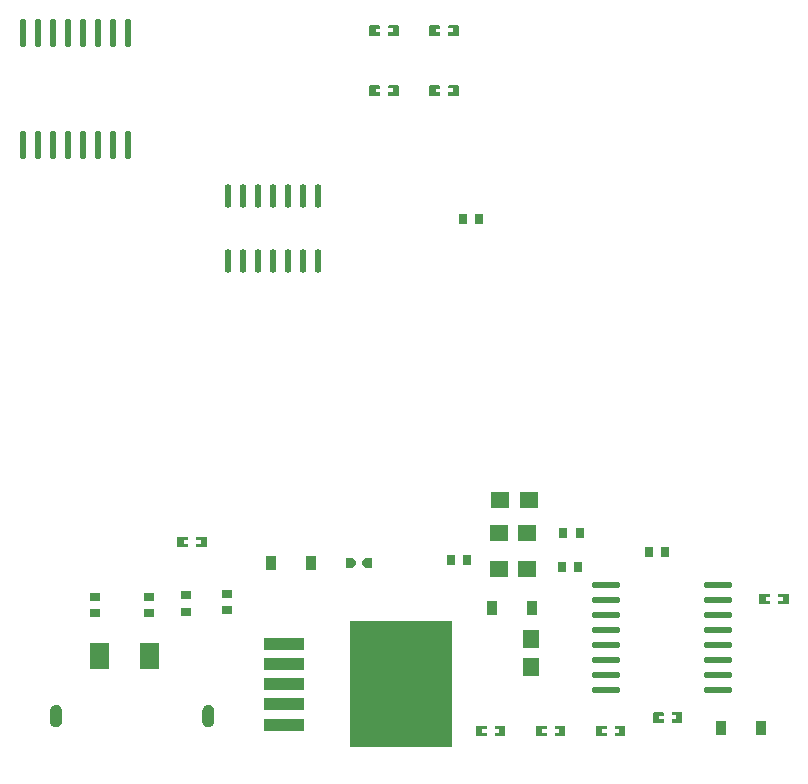
<source format=gtp>
G04 Layer: TopPasteMaskLayer*
G04 EasyEDA v6.5.44, 2024-08-27 12:09:24*
G04 1dc7b83da83f4ea3951a22daee788f59,f1a1d2977d3b4f1281c114c53eaa6542,10*
G04 Gerber Generator version 0.2*
G04 Scale: 100 percent, Rotated: No, Reflected: No *
G04 Dimensions in millimeters *
G04 leading zeros omitted , absolute positions ,4 integer and 5 decimal *
%FSLAX45Y45*%
%MOMM*%

%AMMACRO1*21,1,$1,$2,0,0,$3*%
%ADD10R,0.9000X0.8000*%
%ADD11O,0.5739892X2.4005031999999997*%
%ADD12R,1.3589X1.5000*%
%ADD13R,0.8000X0.9000*%
%ADD14R,1.5000X1.3589*%
%ADD15R,0.9500X1.1500*%
%ADD16O,2.4005031999999997X0.5739892*%
%ADD17O,0.5739892X2.0379944*%
%ADD18R,3.4000X1.1000*%
%ADD19MACRO1,10.5872X8.705X-90.0000*%
%ADD20C,0.0189*%

%LPD*%
G36*
X3910279Y1694688D02*
G01*
X3903878Y1688287D01*
X3903878Y1614678D01*
X3910279Y1608277D01*
X3960622Y1608277D01*
X3988054Y1637639D01*
X3988054Y1665274D01*
X3960622Y1694688D01*
G37*
G36*
X4066997Y1695805D02*
G01*
X4039615Y1666443D01*
X4039615Y1638757D01*
X4066997Y1609394D01*
X4117340Y1609394D01*
X4123740Y1615795D01*
X4123740Y1689404D01*
X4117340Y1695805D01*
G37*
G36*
X2643022Y1873808D02*
G01*
X2637993Y1868779D01*
X2637993Y1846021D01*
X2674975Y1846021D01*
X2674975Y1813001D01*
X2637993Y1813001D01*
X2637993Y1788820D01*
X2643022Y1783791D01*
X2722981Y1783791D01*
X2728010Y1788820D01*
X2728010Y1868779D01*
X2722981Y1873808D01*
G37*
G36*
X2484018Y1873808D02*
G01*
X2478989Y1868779D01*
X2478989Y1788820D01*
X2484018Y1783791D01*
X2563977Y1783791D01*
X2569006Y1788820D01*
X2569006Y1811578D01*
X2532024Y1811578D01*
X2532024Y1844598D01*
X2569006Y1844598D01*
X2569006Y1868779D01*
X2563977Y1873808D01*
G37*
G36*
X4268622Y6204508D02*
G01*
X4263593Y6199479D01*
X4263593Y6176721D01*
X4300575Y6176721D01*
X4300575Y6143701D01*
X4263593Y6143701D01*
X4263593Y6119520D01*
X4268622Y6114491D01*
X4348581Y6114491D01*
X4353610Y6119520D01*
X4353610Y6199479D01*
X4348581Y6204508D01*
G37*
G36*
X4109618Y6204508D02*
G01*
X4104589Y6199479D01*
X4104589Y6119520D01*
X4109618Y6114491D01*
X4189577Y6114491D01*
X4194606Y6119520D01*
X4194606Y6142278D01*
X4157624Y6142278D01*
X4157624Y6175298D01*
X4194606Y6175298D01*
X4194606Y6199479D01*
X4189577Y6204508D01*
G37*
G36*
X4776622Y6204508D02*
G01*
X4771593Y6199479D01*
X4771593Y6176721D01*
X4808575Y6176721D01*
X4808575Y6143701D01*
X4771593Y6143701D01*
X4771593Y6119520D01*
X4776622Y6114491D01*
X4856581Y6114491D01*
X4861610Y6119520D01*
X4861610Y6199479D01*
X4856581Y6204508D01*
G37*
G36*
X4617618Y6204508D02*
G01*
X4612589Y6199479D01*
X4612589Y6119520D01*
X4617618Y6114491D01*
X4697577Y6114491D01*
X4702606Y6119520D01*
X4702606Y6142278D01*
X4665624Y6142278D01*
X4665624Y6175298D01*
X4702606Y6175298D01*
X4702606Y6199479D01*
X4697577Y6204508D01*
G37*
G36*
X4268622Y5696508D02*
G01*
X4263593Y5691479D01*
X4263593Y5668721D01*
X4300575Y5668721D01*
X4300575Y5635701D01*
X4263593Y5635701D01*
X4263593Y5611520D01*
X4268622Y5606491D01*
X4348581Y5606491D01*
X4353610Y5611520D01*
X4353610Y5691479D01*
X4348581Y5696508D01*
G37*
G36*
X4109618Y5696508D02*
G01*
X4104589Y5691479D01*
X4104589Y5611520D01*
X4109618Y5606491D01*
X4189577Y5606491D01*
X4194606Y5611520D01*
X4194606Y5634278D01*
X4157624Y5634278D01*
X4157624Y5667298D01*
X4194606Y5667298D01*
X4194606Y5691479D01*
X4189577Y5696508D01*
G37*
G36*
X4776622Y5696508D02*
G01*
X4771593Y5691479D01*
X4771593Y5668721D01*
X4808575Y5668721D01*
X4808575Y5635701D01*
X4771593Y5635701D01*
X4771593Y5611520D01*
X4776622Y5606491D01*
X4856581Y5606491D01*
X4861610Y5611520D01*
X4861610Y5691479D01*
X4856581Y5696508D01*
G37*
G36*
X4617618Y5696508D02*
G01*
X4612589Y5691479D01*
X4612589Y5611520D01*
X4617618Y5606491D01*
X4697577Y5606491D01*
X4702606Y5611520D01*
X4702606Y5634278D01*
X4665624Y5634278D01*
X4665624Y5667298D01*
X4702606Y5667298D01*
X4702606Y5691479D01*
X4697577Y5696508D01*
G37*
G36*
X7570622Y1391208D02*
G01*
X7565593Y1386179D01*
X7565593Y1363421D01*
X7602575Y1363421D01*
X7602575Y1330401D01*
X7565593Y1330401D01*
X7565593Y1306220D01*
X7570622Y1301191D01*
X7650581Y1301191D01*
X7655610Y1306220D01*
X7655610Y1386179D01*
X7650581Y1391208D01*
G37*
G36*
X7411618Y1391208D02*
G01*
X7406589Y1386179D01*
X7406589Y1306220D01*
X7411618Y1301191D01*
X7491577Y1301191D01*
X7496606Y1306220D01*
X7496606Y1328978D01*
X7459624Y1328978D01*
X7459624Y1361998D01*
X7496606Y1361998D01*
X7496606Y1386179D01*
X7491577Y1391208D01*
G37*
G36*
X6509918Y387908D02*
G01*
X6504889Y382879D01*
X6504889Y302920D01*
X6509918Y297891D01*
X6589877Y297891D01*
X6594906Y302920D01*
X6594906Y325678D01*
X6557924Y325678D01*
X6557924Y358698D01*
X6594906Y358698D01*
X6594906Y382879D01*
X6589877Y387908D01*
G37*
G36*
X6668922Y387908D02*
G01*
X6663893Y382879D01*
X6663893Y360121D01*
X6700875Y360121D01*
X6700875Y327101D01*
X6663893Y327101D01*
X6663893Y302920D01*
X6668922Y297891D01*
X6748881Y297891D01*
X6753910Y302920D01*
X6753910Y382879D01*
X6748881Y387908D01*
G37*
G36*
X5170322Y273608D02*
G01*
X5165293Y268579D01*
X5165293Y245821D01*
X5202275Y245821D01*
X5202275Y212801D01*
X5165293Y212801D01*
X5165293Y188620D01*
X5170322Y183591D01*
X5250281Y183591D01*
X5255310Y188620D01*
X5255310Y268579D01*
X5250281Y273608D01*
G37*
G36*
X5011318Y273608D02*
G01*
X5006289Y268579D01*
X5006289Y188620D01*
X5011318Y183591D01*
X5091277Y183591D01*
X5096306Y188620D01*
X5096306Y211378D01*
X5059324Y211378D01*
X5059324Y244398D01*
X5096306Y244398D01*
X5096306Y268579D01*
X5091277Y273608D01*
G37*
G36*
X5678322Y273608D02*
G01*
X5673293Y268579D01*
X5673293Y245821D01*
X5710275Y245821D01*
X5710275Y212801D01*
X5673293Y212801D01*
X5673293Y188620D01*
X5678322Y183591D01*
X5758281Y183591D01*
X5763310Y188620D01*
X5763310Y268579D01*
X5758281Y273608D01*
G37*
G36*
X5519318Y273608D02*
G01*
X5514289Y268579D01*
X5514289Y188620D01*
X5519318Y183591D01*
X5599277Y183591D01*
X5604306Y188620D01*
X5604306Y211378D01*
X5567324Y211378D01*
X5567324Y244398D01*
X5604306Y244398D01*
X5604306Y268579D01*
X5599277Y273608D01*
G37*
G36*
X6186322Y273608D02*
G01*
X6181293Y268579D01*
X6181293Y245821D01*
X6218275Y245821D01*
X6218275Y212801D01*
X6181293Y212801D01*
X6181293Y188620D01*
X6186322Y183591D01*
X6266281Y183591D01*
X6271310Y188620D01*
X6271310Y268579D01*
X6266281Y273608D01*
G37*
G36*
X6027318Y273608D02*
G01*
X6022289Y268579D01*
X6022289Y188620D01*
X6027318Y183591D01*
X6107277Y183591D01*
X6112306Y188620D01*
X6112306Y211378D01*
X6075324Y211378D01*
X6075324Y244398D01*
X6112306Y244398D01*
X6112306Y268579D01*
X6107277Y273608D01*
G37*
G36*
X2165400Y974598D02*
G01*
X2165400Y754583D01*
X2325420Y754583D01*
X2325420Y974598D01*
G37*
G36*
X1740407Y974598D02*
G01*
X1740407Y754583D01*
X1900377Y754583D01*
X1900377Y974598D01*
G37*
G36*
X2738729Y449580D02*
G01*
X2733802Y449224D01*
X2728874Y448360D01*
X2724099Y446989D01*
X2719425Y445160D01*
X2715006Y442925D01*
X2710789Y440182D01*
X2706928Y437083D01*
X2703322Y433628D01*
X2700121Y429768D01*
X2697327Y425653D01*
X2694940Y421284D01*
X2693009Y416712D01*
X2691536Y411937D01*
X2690571Y407060D01*
X2690063Y402082D01*
X2690012Y309575D01*
X2690266Y304596D01*
X2690977Y299669D01*
X2692247Y294843D01*
X2693924Y290169D01*
X2696108Y285699D01*
X2698699Y281432D01*
X2701696Y277469D01*
X2705100Y273812D01*
X2708808Y270510D01*
X2712872Y267614D01*
X2717190Y265125D01*
X2721711Y263042D01*
X2726436Y261467D01*
X2731312Y260350D01*
X2736240Y259740D01*
X2741269Y259638D01*
X2746197Y259994D01*
X2751124Y260858D01*
X2755900Y262178D01*
X2760573Y264007D01*
X2764993Y266293D01*
X2769209Y268986D01*
X2773070Y272135D01*
X2776677Y275590D01*
X2779877Y279400D01*
X2782671Y283514D01*
X2785059Y287883D01*
X2786989Y292506D01*
X2788462Y297281D01*
X2789428Y302158D01*
X2789936Y307086D01*
X2789986Y399592D01*
X2789732Y404571D01*
X2789021Y409498D01*
X2787802Y414324D01*
X2786075Y418998D01*
X2783890Y423519D01*
X2781300Y427786D01*
X2778302Y431749D01*
X2774899Y435406D01*
X2771190Y438708D01*
X2767126Y441604D01*
X2762808Y444093D01*
X2758287Y446125D01*
X2753563Y447751D01*
X2748686Y448818D01*
X2743758Y449478D01*
G37*
G36*
X1449730Y449580D02*
G01*
X1444802Y449224D01*
X1439875Y448360D01*
X1435100Y446989D01*
X1430426Y445160D01*
X1426006Y442925D01*
X1421790Y440182D01*
X1417929Y437083D01*
X1414322Y433628D01*
X1411122Y429768D01*
X1408328Y425653D01*
X1405940Y421284D01*
X1404010Y416712D01*
X1402537Y411937D01*
X1401572Y407060D01*
X1401064Y402082D01*
X1401013Y309575D01*
X1401267Y304596D01*
X1401978Y299669D01*
X1403197Y294843D01*
X1404924Y290169D01*
X1407109Y285699D01*
X1409700Y281432D01*
X1412697Y277469D01*
X1416100Y273812D01*
X1419809Y270510D01*
X1423873Y267614D01*
X1428191Y265125D01*
X1432712Y263042D01*
X1437436Y261467D01*
X1442313Y260350D01*
X1447241Y259740D01*
X1452270Y259638D01*
X1457198Y259994D01*
X1462125Y260858D01*
X1466900Y262178D01*
X1471574Y264007D01*
X1475994Y266293D01*
X1480210Y268986D01*
X1484071Y272135D01*
X1487627Y275590D01*
X1490878Y279400D01*
X1493672Y283514D01*
X1496060Y287883D01*
X1497990Y292506D01*
X1499463Y297281D01*
X1500428Y302158D01*
X1500936Y307086D01*
X1500987Y399592D01*
X1500733Y404571D01*
X1500022Y409498D01*
X1498803Y414324D01*
X1497076Y418998D01*
X1494891Y423519D01*
X1492300Y427786D01*
X1489303Y431749D01*
X1485900Y435406D01*
X1482191Y438708D01*
X1478127Y441604D01*
X1473809Y444093D01*
X1469288Y446125D01*
X1464564Y447751D01*
X1459687Y448818D01*
X1454759Y449478D01*
G37*
D10*
G01*
X1778000Y1365402D03*
G01*
X1778000Y1225397D03*
G01*
X2235200Y1365402D03*
G01*
X2235200Y1225397D03*
D11*
G01*
X1168400Y5189169D03*
G01*
X1295400Y5189169D03*
G01*
X1422400Y5189169D03*
G01*
X1549400Y5189169D03*
G01*
X1676400Y5189169D03*
G01*
X1803400Y5189169D03*
G01*
X1930400Y5189169D03*
G01*
X2057400Y5189169D03*
G01*
X1168400Y6139230D03*
G01*
X1295400Y6139230D03*
G01*
X1422400Y6139230D03*
G01*
X1549400Y6139230D03*
G01*
X1676400Y6139230D03*
G01*
X1803400Y6139230D03*
G01*
X1930400Y6139230D03*
G01*
X2057400Y6139230D03*
D12*
G01*
X5473700Y769010D03*
G01*
X5473700Y1008989D03*
D13*
G01*
X5035702Y4559300D03*
G01*
X4895697Y4559300D03*
D14*
G01*
X5214010Y2184400D03*
G01*
X5453989Y2184400D03*
G01*
X5201310Y1905000D03*
G01*
X5441289Y1905000D03*
D13*
G01*
X4934102Y1676400D03*
G01*
X4794097Y1676400D03*
D14*
G01*
X5201310Y1600200D03*
G01*
X5441289Y1600200D03*
D13*
G01*
X6610502Y1739900D03*
G01*
X6470497Y1739900D03*
G01*
X5886602Y1905000D03*
G01*
X5746597Y1905000D03*
G01*
X5873902Y1612900D03*
G01*
X5733897Y1612900D03*
D15*
G01*
X3610940Y1651000D03*
G01*
X3272459Y1651000D03*
G01*
X5477840Y1270000D03*
G01*
X5139359Y1270000D03*
G01*
X7420940Y254000D03*
G01*
X7082459Y254000D03*
D16*
G01*
X6103569Y1460500D03*
G01*
X6103569Y1333500D03*
G01*
X6103569Y1206500D03*
G01*
X6103569Y1079500D03*
G01*
X6103569Y952500D03*
G01*
X6103569Y825500D03*
G01*
X6103569Y698500D03*
G01*
X6103569Y571500D03*
G01*
X7053630Y1460500D03*
G01*
X7053630Y1333500D03*
G01*
X7053630Y1206500D03*
G01*
X7053630Y1079500D03*
G01*
X7053630Y952500D03*
G01*
X7053630Y825500D03*
G01*
X7053630Y698500D03*
G01*
X7053630Y571500D03*
D17*
G01*
X2908300Y4206189D03*
G01*
X3035300Y4206189D03*
G01*
X3162300Y4206189D03*
G01*
X3289300Y4206189D03*
G01*
X3416300Y4206189D03*
G01*
X3543300Y4206189D03*
G01*
X3670300Y4206189D03*
G01*
X2908300Y4760010D03*
G01*
X3035300Y4760010D03*
G01*
X3162300Y4760010D03*
G01*
X3289300Y4760010D03*
G01*
X3416300Y4760010D03*
G01*
X3543300Y4760010D03*
G01*
X3670300Y4760010D03*
D18*
G01*
X3378200Y962304D03*
G01*
X3378200Y792302D03*
G01*
X3378200Y622300D03*
G01*
X3378200Y452297D03*
G01*
X3378200Y282295D03*
D19*
G01*
X4368789Y622300D03*
D10*
G01*
X2552700Y1378102D03*
G01*
X2552700Y1238097D03*
G01*
X2895600Y1250797D03*
G01*
X2895600Y1390802D03*
M02*

</source>
